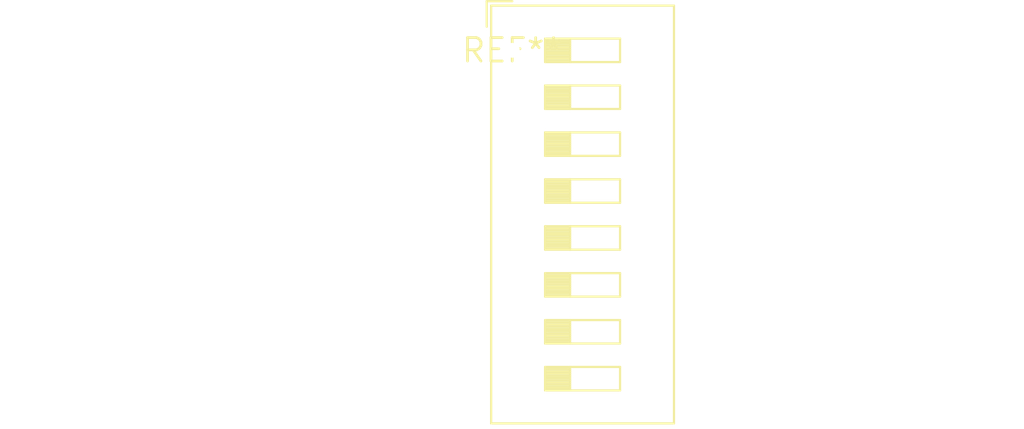
<source format=kicad_pcb>
(kicad_pcb (version 20240108) (generator pcbnew)
  (layers (0 "F.Cu" signal) (31 "B.Cu" signal) (34 "B.Paste" user) (35 "F.Paste" user) (36 "B.SilkS" user "B.Silkscreen") (37 "F.SilkS" user "F.Silkscreen") (38 "B.Mask" user) (39 "F.Mask" user) (44 "Edge.Cuts" user))
  (net 0 "")
  (footprint "SW_DIP_SPSTx08_Slide_9.78x22.5mm_W7.62mm_P2.54mm" (layer "F.Cu") (at 0 0)
    (property "Reference" "REF**")
    (property "Value" "SW_DIP_SPSTx08_Slide_9.78x22.5mm_W7.62mm_P2.54mm")
    (fp_line (start -1.38 -2.66) (end -1.38 -1.277) (layer "F.SilkS") (stroke (width 0.12)))
    (fp_line (start -1.38 -2.66) (end 0.004 -2.66) (layer "F.SilkS") (stroke (width 0.12)))
    (fp_line (start -1.14 -2.42) (end -1.14 20.201) (layer "F.SilkS") (stroke (width 0.12)))
    (fp_line (start -1.14 -2.42) (end 8.76 -2.42) (layer "F.SilkS") (stroke (width 0.12)))
    (fp_line (start -1.14 20.201) (end 8.76 20.201) (layer "F.SilkS") (stroke (width 0.12)))
    (fp_line (start 1.78 -0.635) (end 1.78 0.635) (layer "F.SilkS") (stroke (width 0.12)))
    (fp_line (start 1.78 -0.515) (end 3.133333 -0.515) (layer "F.SilkS") (stroke (width 0.12)))
    (fp_line (start 1.78 -0.395) (end 3.133333 -0.395) (layer "F.SilkS") (stroke (width 0.12)))
    (fp_line (start 1.78 -0.275) (end 3.133333 -0.275) (layer "F.SilkS") (stroke (width 0.12)))
    (fp_line (start 1.78 -0.155) (end 3.133333 -0.155) (layer "F.SilkS") (stroke (width 0.12)))
    (fp_line (start 1.78 -0.035) (end 3.133333 -0.035) (layer "F.SilkS") (stroke (width 0.12)))
    (fp_line (start 1.78 0.085) (end 3.133333 0.085) (layer "F.SilkS") (stroke (width 0.12)))
    (fp_line (start 1.78 0.205) (end 3.133333 0.205) (layer "F.SilkS") (stroke (width 0.12)))
    (fp_line (start 1.78 0.325) (end 3.133333 0.325) (layer "F.SilkS") (stroke (width 0.12)))
    (fp_line (start 1.78 0.445) (end 3.133333 0.445) (layer "F.SilkS") (stroke (width 0.12)))
    (fp_line (start 1.78 0.565) (end 3.133333 0.565) (layer "F.SilkS") (stroke (width 0.12)))
    (fp_line (start 1.78 0.635) (end 5.84 0.635) (layer "F.SilkS") (stroke (width 0.12)))
    (fp_line (start 1.78 1.905) (end 1.78 3.175) (layer "F.SilkS") (stroke (width 0.12)))
    (fp_line (start 1.78 2.025) (end 3.133333 2.025) (layer "F.SilkS") (stroke (width 0.12)))
    (fp_line (start 1.78 2.145) (end 3.133333 2.145) (layer "F.SilkS") (stroke (width 0.12)))
    (fp_line (start 1.78 2.265) (end 3.133333 2.265) (layer "F.SilkS") (stroke (width 0.12)))
    (fp_line (start 1.78 2.385) (end 3.133333 2.385) (layer "F.SilkS") (stroke (width 0.12)))
    (fp_line (start 1.78 2.505) (end 3.133333 2.505) (layer "F.SilkS") (stroke (width 0.12)))
    (fp_line (start 1.78 2.625) (end 3.133333 2.625) (layer "F.SilkS") (stroke (width 0.12)))
    (fp_line (start 1.78 2.745) (end 3.133333 2.745) (layer "F.SilkS") (stroke (width 0.12)))
    (fp_line (start 1.78 2.865) (end 3.133333 2.865) (layer "F.SilkS") (stroke (width 0.12)))
    (fp_line (start 1.78 2.985) (end 3.133333 2.985) (layer "F.SilkS") (stroke (width 0.12)))
    (fp_line (start 1.78 3.105) (end 3.133333 3.105) (layer "F.SilkS") (stroke (width 0.12)))
    (fp_line (start 1.78 3.175) (end 5.84 3.175) (layer "F.SilkS") (stroke (width 0.12)))
    (fp_line (start 1.78 4.445) (end 1.78 5.715) (layer "F.SilkS") (stroke (width 0.12)))
    (fp_line (start 1.78 4.565) (end 3.133333 4.565) (layer "F.SilkS") (stroke (width 0.12)))
    (fp_line (start 1.78 4.685) (end 3.133333 4.685) (layer "F.SilkS") (stroke (width 0.12)))
    (fp_line (start 1.78 4.805) (end 3.133333 4.805) (layer "F.SilkS") (stroke (width 0.12)))
    (fp_line (start 1.78 4.925) (end 3.133333 4.925) (layer "F.SilkS") (stroke (width 0.12)))
    (fp_line (start 1.78 5.045) (end 3.133333 5.045) (layer "F.SilkS") (stroke (width 0.12)))
    (fp_line (start 1.78 5.165) (end 3.133333 5.165) (layer "F.SilkS") (stroke (width 0.12)))
    (fp_line (start 1.78 5.285) (end 3.133333 5.285) (layer "F.SilkS") (stroke (width 0.12)))
    (fp_line (start 1.78 5.405) (end 3.133333 5.405) (layer "F.SilkS") (stroke (width 0.12)))
    (fp_line (start 1.78 5.525) (end 3.133333 5.525) (layer "F.SilkS") (stroke (width 0.12)))
    (fp_line (start 1.78 5.645) (end 3.133333 5.645) (layer "F.SilkS") (stroke (width 0.12)))
    (fp_line (start 1.78 5.715) (end 5.84 5.715) (layer "F.SilkS") (stroke (width 0.12)))
    (fp_line (start 1.78 6.985) (end 1.78 8.255) (layer "F.SilkS") (stroke (width 0.12)))
    (fp_line (start 1.78 7.105) (end 3.133333 7.105) (layer "F.SilkS") (stroke (width 0.12)))
    (fp_line (start 1.78 7.225) (end 3.133333 7.225) (layer "F.SilkS") (stroke (width 0.12)))
    (fp_line (start 1.78 7.345) (end 3.133333 7.345) (layer "F.SilkS") (stroke (width 0.12)))
    (fp_line (start 1.78 7.465) (end 3.133333 7.465) (layer "F.SilkS") (stroke (width 0.12)))
    (fp_line (start 1.78 7.585) (end 3.133333 7.585) (layer "F.SilkS") (stroke (width 0.12)))
    (fp_line (start 1.78 7.705) (end 3.133333 7.705) (layer "F.SilkS") (stroke (width 0.12)))
    (fp_line (start 1.78 7.825) (end 3.133333 7.825) (layer "F.SilkS") (stroke (width 0.12)))
    (fp_line (start 1.78 7.945) (end 3.133333 7.945) (layer "F.SilkS") (stroke (width 0.12)))
    (fp_line (start 1.78 8.065) (end 3.133333 8.065) (layer "F.SilkS") (stroke (width 0.12)))
    (fp_line (start 1.78 8.185) (end 3.133333 8.185) (layer "F.SilkS") (stroke (width 0.12)))
    (fp_line (start 1.78 8.255) (end 5.84 8.255) (layer "F.SilkS") (stroke (width 0.12)))
    (fp_line (start 1.78 9.525) (end 1.78 10.795) (layer "F.SilkS") (stroke (width 0.12)))
    (fp_line (start 1.78 9.645) (end 3.133333 9.645) (layer "F.SilkS") (stroke (width 0.12)))
    (fp_line (start 1.78 9.765) (end 3.133333 9.765) (layer "F.SilkS") (stroke (width 0.12)))
    (fp_line (start 1.78 9.885) (end 3.133333 9.885) (layer "F.SilkS") (stroke (width 0.12)))
    (fp_line (start 1.78 10.005) (end 3.133333 10.005) (layer "F.SilkS") (stroke (width 0.12)))
    (fp_line (start 1.78 10.125) (end 3.133333 10.125) (layer "F.SilkS") (stroke (width 0.12)))
    (fp_line (start 1.78 10.245) (end 3.133333 10.245) (layer "F.SilkS") (stroke (width 0.12)))
    (fp_line (start 1.78 10.365) (end 3.133333 10.365) (layer "F.SilkS") (stroke (width 0.12)))
    (fp_line (start 1.78 10.485) (end 3.133333 10.485) (layer "F.SilkS") (stroke (width 0.12)))
    (fp_line (start 1.78 10.605) (end 3.133333 10.605) (layer "F.SilkS") (stroke (width 0.12)))
    (fp_line (start 1.78 10.725) (end 3.133333 10.725) (layer "F.SilkS") (stroke (width 0.12)))
    (fp_line (start 1.78 10.795) (end 5.84 10.795) (layer "F.SilkS") (stroke (width 0.12)))
    (fp_line (start 1.78 12.065) (end 1.78 13.335) (layer "F.SilkS") (stroke (width 0.12)))
    (fp_line (start 1.78 12.185) (end 3.133333 12.185) (layer "F.SilkS") (stroke (width 0.12)))
    (fp_line (start 1.78 12.305) (end 3.133333 12.305) (layer "F.SilkS") (stroke (width 0.12)))
    (fp_line (start 1.78 12.425) (end 3.133333 12.425) (layer "F.SilkS") (stroke (width 0.12)))
    (fp_line (start 1.78 12.545) (end 3.133333 12.545) (layer "F.SilkS") (stroke (width 0.12)))
    (fp_line (start 1.78 12.665) (end 3.133333 12.665) (layer "F.SilkS") (stroke (width 0.12)))
    (fp_line (start 1.78 12.785) (end 3.133333 12.785) (layer "F.SilkS") (stroke (width 0.12)))
    (fp_line (start 1.78 12.905) (end 3.133333 12.905) (layer "F.SilkS") (stroke (width 0.12)))
    (fp_line (start 1.78 13.025) (end 3.133333 13.025) (layer "F.SilkS") (stroke (width 0.12)))
    (fp_line (start 1.78 13.145) (end 3.133333 13.145) (layer "F.SilkS") (stroke (width 0.12)))
    (fp_line (start 1.78 13.265) (end 3.133333 13.265) (layer "F.SilkS") (stroke (width 0.12)))
    (fp_line (start 1.78 13.335) (end 5.84 13.335) (layer "F.SilkS") (stroke (width 0.12)))
    (fp_line (start 1.78 14.605) (end 1.78 15.875) (layer "F.SilkS") (stroke (width 0.12)))
    (fp_line (start 1.78 14.725) (end 3.133333 14.725) (layer "F.SilkS") (stroke (width 0.12)))
    (fp_line (start 1.78 14.845) (end 3.133333 14.845) (layer "F.SilkS") (stroke (width 0.12)))
    (fp_line (start 1.78 14.965) (end 3.133333 14.965) (layer "F.SilkS") (stroke (width 0.12)))
    (fp_line (start 1.78 15.085) (end 3.133333 15.085) (layer "F.SilkS") (stroke (width 0.12)))
    (fp_line (start 1.78 15.205) (end 3.133333 15.205) (layer "F.SilkS") (stroke (width 0.12)))
    (fp_line (start 1.78 15.325) (end 3.133333 15.325) (layer "F.SilkS") (stroke (width 0.12)))
    (fp_line (start 1.78 15.445) (end 3.133333 15.445) (layer "F.SilkS") (stroke (width 0.12)))
    (fp_line (start 1.78 15.565) (end 3.133333 15.565) (layer "F.SilkS") (stroke (width 0.12)))
    (fp_line (start 1.78 15.685) (end 3.133333 15.685) (layer "F.SilkS") (stroke (width 0.12)))
    (fp_line (start 1.78 15.805) (end 3.133333 15.805) (layer "F.SilkS") (stroke (width 0.12)))
    (fp_line (start 1.78 15.875) (end 5.84 15.875) (layer "F.SilkS") (stroke (width 0.12)))
    (fp_line (start 1.78 17.145) (end 1.78 18.415) (layer "F.SilkS") (stroke (width 0.12)))
    (fp_line (start 1.78 17.265) (end 3.133333 17.265) (layer "F.SilkS") (stroke (width 0.12)))
    (fp_line (start 1.78 17.385) (end 3.133333 17.385) (layer "F.SilkS") (stroke (width 0.12)))
    (fp_line (start 1.78 17.505) (end 3.133333 17.505) (layer "F.SilkS") (stroke (width 0.12)))
    (fp_line (start 1.78 17.625) (end 3.133333 17.625) (layer "F.SilkS") (stroke (width 0.12)))
    (fp_line (start 1.78 17.745) (end 3.133333 17.745) (layer "F.SilkS") (stroke (width 0.12)))
    (fp_line (start 1.78 17.865) (end 3.133333 17.865) (layer "F.SilkS") (stroke (width 0.12)))
    (fp_line (start 1.78 17.985) (end 3.133333 17.985) (layer "F.SilkS") (stroke (width 0.12)))
    (fp_line (start 1.78 18.105) (end 3.133333 18.105) (layer "F.SilkS") (stroke (width 0.12)))
    (fp_line (start 1.78 18.225) (end 3.133333 18.225) (layer "F.SilkS") (stroke (width 0.12)))
    (fp_line (start 1.78 18.345) (end 3.133333 18.345) (layer "F.SilkS") (stroke (width 0.12)))
    (fp_line (start 1.78 18.415) (end 5.84 18.415) (layer "F.SilkS") (stroke (width 0.12)))
    (fp_line (start 3.133333 -0.635) (end 3.133333 0.635) (layer "F.SilkS") (stroke (width 0.12)))
    (fp_line (start 3.133333 1.905) (end 3.133333 3.175) (layer "F.SilkS") (stroke (width 0.12)))
    (fp_line (start 3.133333 4.445) (end 3.133333 5.715) (layer "F.SilkS") (stroke (width 0.12)))
    (fp_line (start 3.133333 6.985) (end 3.133333 8.255) (layer "F.SilkS") (stroke (width 0.12)))
    (fp_line (start 3.133333 9.525) (end 3.133333 10.795) (layer "F.SilkS") (stroke (width 0.12)))
    (fp_line (start 3.133333 12.065) (end 3.133333 13.335) (layer "F.SilkS") (stroke (width 0.12)))
    (fp_line (start 3.133333 14.605) (end 3.133333 15.875) (layer "F.SilkS") (stroke (width 0.12)))
    (fp_line (start 3.133333 17.145) (end 3.133333 18.415) (layer "F.SilkS") (stroke (width 0.12)))
    (fp_line (start 5.84 -0.635) (end 1.78 -0.635) (layer "F.SilkS") (stroke (width 0.12)))
    (fp_line (start 5.84 0.635) (end 5.84 -0.635) (layer "F.SilkS") (stroke (width 0.12)))
    (fp_line (start 5.84 1.905) (end 1.78 1.905) (layer "F.SilkS") (stroke (width 0.12)))
    (fp_line (start 5.84 3.175) (end 5.84 1.905) (layer "F.SilkS") (stroke (width 0.12)))
    (fp_line (start 5.84 4.445) (end 1.78 4.445) (layer "F.SilkS") (stroke (width 0.12)))
    (fp_line (start 5.84 5.715) (end 5.84 4.445) (layer "F.SilkS") (stroke (width 0.12)))
    (fp_line (start 5.84 6.985) (end 1.78 6.985) (layer "F.SilkS") (stroke (width 0.12)))
    (fp_line (start 5.84 8.255) (end 5.84 6.985) (layer "F.SilkS") (stroke (width 0.12)))
    (fp_line (start 5.84 9.525) (end 1.78 9.525) (layer "F.SilkS") (stroke (width 0.12)))
    (fp_line (start 5.84 10.795) (end 5.84 9.525) (layer "F.SilkS") (stroke (width 0.12)))
    (fp_line (start 5.84 12.065) (end 1.78 12.065) (layer "F.SilkS") (stroke (width 0.12)))
    (fp_line (start 5.84 13.335) (end 5.84 12.065) (layer "F.SilkS") (stroke (width 0.12)))
    (fp_line (start 5.84 14.605) (end 1.78 14.605) (layer "F.SilkS") (stroke (width 0.12)))
    (fp_line (start 5.84 15.875) (end 5.84 14.605) (layer "F.SilkS") (stroke (width 0.12)))
    (fp_line (start 5.84 17.145) (end 1.78 17.145) (layer "F.SilkS") (stroke (width 0.12)))
    (fp_line (start 5.84 18.415) (end 5.84 17.145) (layer "F.SilkS") (stroke (width 0.12)))
    (fp_line (start 8.76 -2.42) (end 8.76 20.201) (layer "F.SilkS") (stroke (width 0.12)))
    (pad "1" thru_hole rect (at 0 0) (size 1.6 1.6) (drill 0.8) (layers *.Cu *.Mask) (remove_unused_layers))
    (pad "2" thru_hole oval (at 0 2.54) (size 1.6 1.6) (drill 0.8) (layers *.Cu *.Mask) (remove_unused_layers))
    (pad "3" thru_hole oval (at 0 5.08) (size 1.6 1.6) (drill 0.8) (layers *.Cu *.Mask) (remove_unused_layers))
    (pad "4" thru_hole oval (at 0 7.62) (size 1.6 1.6) (drill 0.8) (layers *.Cu *.Mask) (remove_unused_layers))
    (pad "5" thru_hole oval (at 0 10.16) (size 1.6 1.6) (drill 0.8) (layers *.Cu *.Mask) (remove_unused_layers))
    (pad "6" thru_hole oval (at 0 12.7) (size 1.6 1.6) (drill 0.8) (layers *.Cu *.Mask) (remove_unused_layers))
    (pad "7" thru_hole oval (at 0 15.24) (size 1.6 1.6) (drill 0.8) (layers *.Cu *.Mask) (remove_unused_layers))
    (pad "8" thru_hole oval (at 0 17.78) (size 1.6 1.6) (drill 0.8) (layers *.Cu *.Mask) (remove_unused_layers))
    (pad "9" thru_hole oval (at 7.62 17.78) (size 1.6 1.6) (drill 0.8) (layers *.Cu *.Mask) (remove_unused_layers))
    (pad "10" thru_hole oval (at 7.62 15.24) (size 1.6 1.6) (drill 0.8) (layers *.Cu *.Mask) (remove_unused_layers))
    (pad "11" thru_hole oval (at 7.62 12.7) (size 1.6 1.6) (drill 0.8) (layers *.Cu *.Mask) (remove_unused_layers))
    (pad "12" thru_hole oval (at 7.62 10.16) (size 1.6 1.6) (drill 0.8) (layers *.Cu *.Mask) (remove_unused_layers))
    (pad "13" thru_hole oval (at 7.62 7.62) (size 1.6 1.6) (drill 0.8) (layers *.Cu *.Mask) (remove_unused_layers))
    (pad "14" thru_hole oval (at 7.62 5.08) (size 1.6 1.6) (drill 0.8) (layers *.Cu *.Mask) (remove_unused_layers))
    (pad "15" thru_hole oval (at 7.62 2.54) (size 1.6 1.6) (drill 0.8) (layers *.Cu *.Mask) (remove_unused_layers))
    (pad "16" thru_hole oval (at 7.62 0) (size 1.6 1.6) (drill 0.8) (layers *.Cu *.Mask) (remove_unused_layers))
  )
)
</source>
